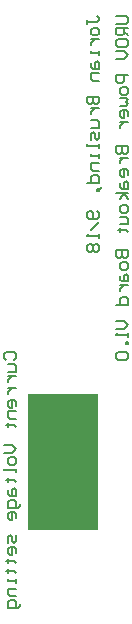
<source format=gbo>
G04 Layer_Color=13813960*
%FSLAX24Y24*%
%MOIN*%
G70*
G01*
G75*
%ADD22C,0.0059*%
%ADD28R,0.2362X0.4528*%
D22*
X43570Y46785D02*
X43504Y46850D01*
Y46982D01*
X43570Y47047D01*
X43832D01*
X43898Y46982D01*
Y46850D01*
X43832Y46785D01*
X43635Y46654D02*
X43832D01*
X43898Y46588D01*
Y46391D01*
X43635D01*
Y46260D02*
X43898D01*
X43766D01*
X43701Y46195D01*
X43635Y46129D01*
Y46063D01*
Y45867D02*
X43898D01*
X43766D01*
X43701Y45801D01*
X43635Y45735D01*
Y45670D01*
X43898Y45276D02*
Y45407D01*
X43832Y45473D01*
X43701D01*
X43635Y45407D01*
Y45276D01*
X43701Y45211D01*
X43766D01*
Y45473D01*
X43898Y45079D02*
X43635D01*
Y44883D01*
X43701Y44817D01*
X43898D01*
X43570Y44620D02*
X43635D01*
Y44686D01*
Y44555D01*
Y44620D01*
X43832D01*
X43898Y44555D01*
X43504Y43964D02*
X43766D01*
X43898Y43833D01*
X43766Y43702D01*
X43504D01*
X43898Y43505D02*
Y43374D01*
X43832Y43308D01*
X43701D01*
X43635Y43374D01*
Y43505D01*
X43701Y43571D01*
X43832D01*
X43898Y43505D01*
Y43177D02*
Y43046D01*
Y43112D01*
X43504D01*
Y43177D01*
X43570Y42784D02*
X43635D01*
Y42849D01*
Y42718D01*
Y42784D01*
X43832D01*
X43898Y42718D01*
X43635Y42456D02*
Y42324D01*
X43701Y42259D01*
X43898D01*
Y42456D01*
X43832Y42521D01*
X43766Y42456D01*
Y42259D01*
X44029Y41996D02*
Y41931D01*
X43963Y41865D01*
X43635D01*
Y42062D01*
X43701Y42128D01*
X43832D01*
X43898Y42062D01*
Y41865D01*
Y41537D02*
Y41668D01*
X43832Y41734D01*
X43701D01*
X43635Y41668D01*
Y41537D01*
X43701Y41472D01*
X43766D01*
Y41734D01*
X43898Y40947D02*
Y40750D01*
X43832Y40684D01*
X43766Y40750D01*
Y40881D01*
X43701Y40947D01*
X43635Y40881D01*
Y40684D01*
X43898Y40356D02*
Y40488D01*
X43832Y40553D01*
X43701D01*
X43635Y40488D01*
Y40356D01*
X43701Y40291D01*
X43766D01*
Y40553D01*
X43570Y40094D02*
X43635D01*
Y40160D01*
Y40029D01*
Y40094D01*
X43832D01*
X43898Y40029D01*
X43570Y39766D02*
X43635D01*
Y39832D01*
Y39701D01*
Y39766D01*
X43832D01*
X43898Y39701D01*
Y39504D02*
Y39373D01*
Y39438D01*
X43635D01*
Y39504D01*
X43898Y39176D02*
X43635D01*
Y38979D01*
X43701Y38913D01*
X43898D01*
X44029Y38651D02*
Y38585D01*
X43963Y38520D01*
X43635D01*
Y38717D01*
X43701Y38782D01*
X43832D01*
X43898Y38717D01*
Y38520D01*
X46260Y58005D02*
Y58137D01*
Y58071D01*
X46588D01*
X46654Y58137D01*
Y58202D01*
X46588Y58268D01*
X46654Y57809D02*
Y57677D01*
X46588Y57612D01*
X46457D01*
X46391Y57677D01*
Y57809D01*
X46457Y57874D01*
X46588D01*
X46654Y57809D01*
X46391Y57481D02*
X46654D01*
X46522D01*
X46457Y57415D01*
X46391Y57349D01*
Y57284D01*
X46654Y57087D02*
Y56956D01*
Y57021D01*
X46391D01*
Y57087D01*
Y56693D02*
Y56562D01*
X46457Y56497D01*
X46654D01*
Y56693D01*
X46588Y56759D01*
X46522Y56693D01*
Y56497D01*
X46654Y56365D02*
X46391D01*
Y56169D01*
X46457Y56103D01*
X46654D01*
X46260Y55578D02*
X46654D01*
Y55382D01*
X46588Y55316D01*
X46522D01*
X46457Y55382D01*
Y55578D01*
Y55382D01*
X46391Y55316D01*
X46326D01*
X46260Y55382D01*
Y55578D01*
X46391Y55185D02*
X46654D01*
X46522D01*
X46457Y55119D01*
X46391Y55054D01*
Y54988D01*
Y54791D02*
X46588D01*
X46654Y54726D01*
Y54529D01*
X46391D01*
X46654Y54398D02*
Y54201D01*
X46588Y54135D01*
X46522Y54201D01*
Y54332D01*
X46457Y54398D01*
X46391Y54332D01*
Y54135D01*
X46654Y54004D02*
Y53873D01*
Y53938D01*
X46260D01*
Y54004D01*
X46654Y53676D02*
Y53545D01*
Y53610D01*
X46391D01*
Y53676D01*
X46654Y53348D02*
X46391D01*
Y53151D01*
X46457Y53086D01*
X46654D01*
X46260Y52692D02*
X46654D01*
Y52889D01*
X46588Y52954D01*
X46457D01*
X46391Y52889D01*
Y52692D01*
X46719Y52495D02*
X46654Y52430D01*
X46588D01*
Y52495D01*
X46654D01*
Y52430D01*
X46719Y52495D01*
X46785Y52561D01*
X46588Y51774D02*
X46654Y51708D01*
Y51577D01*
X46588Y51511D01*
X46326D01*
X46260Y51577D01*
Y51708D01*
X46326Y51774D01*
X46391D01*
X46457Y51708D01*
Y51511D01*
X46654Y51380D02*
X46391Y51118D01*
X46654Y50987D02*
Y50855D01*
Y50921D01*
X46260D01*
X46326Y50987D01*
Y50659D02*
X46260Y50593D01*
Y50462D01*
X46326Y50396D01*
X46391D01*
X46457Y50462D01*
X46522Y50396D01*
X46588D01*
X46654Y50462D01*
Y50593D01*
X46588Y50659D01*
X46522D01*
X46457Y50593D01*
X46391Y50659D01*
X46326D01*
X46457Y50593D02*
Y50462D01*
X47244Y58268D02*
X47572D01*
X47638Y58202D01*
Y58071D01*
X47572Y58005D01*
X47244D01*
X47638Y57874D02*
X47244D01*
Y57677D01*
X47310Y57612D01*
X47441D01*
X47507Y57677D01*
Y57874D01*
Y57743D02*
X47638Y57612D01*
X47244Y57284D02*
Y57415D01*
X47310Y57481D01*
X47572D01*
X47638Y57415D01*
Y57284D01*
X47572Y57218D01*
X47310D01*
X47244Y57284D01*
Y57087D02*
X47507D01*
X47638Y56956D01*
X47507Y56825D01*
X47244D01*
X47638Y56300D02*
X47244D01*
Y56103D01*
X47310Y56037D01*
X47441D01*
X47507Y56103D01*
Y56300D01*
X47638Y55841D02*
Y55709D01*
X47572Y55644D01*
X47441D01*
X47375Y55709D01*
Y55841D01*
X47441Y55906D01*
X47572D01*
X47638Y55841D01*
X47375Y55513D02*
X47572D01*
X47638Y55447D01*
X47572Y55382D01*
X47638Y55316D01*
X47572Y55250D01*
X47375D01*
X47638Y54922D02*
Y55054D01*
X47572Y55119D01*
X47441D01*
X47375Y55054D01*
Y54922D01*
X47441Y54857D01*
X47507D01*
Y55119D01*
X47375Y54726D02*
X47638D01*
X47507D01*
X47441Y54660D01*
X47375Y54594D01*
Y54529D01*
X47244Y53938D02*
X47638D01*
Y53742D01*
X47572Y53676D01*
X47507D01*
X47441Y53742D01*
Y53938D01*
Y53742D01*
X47375Y53676D01*
X47310D01*
X47244Y53742D01*
Y53938D01*
X47375Y53545D02*
X47638D01*
X47507D01*
X47441Y53479D01*
X47375Y53414D01*
Y53348D01*
X47638Y52954D02*
Y53086D01*
X47572Y53151D01*
X47441D01*
X47375Y53086D01*
Y52954D01*
X47441Y52889D01*
X47507D01*
Y53151D01*
X47375Y52692D02*
Y52561D01*
X47441Y52495D01*
X47638D01*
Y52692D01*
X47572Y52758D01*
X47507Y52692D01*
Y52495D01*
X47638Y52364D02*
X47244D01*
X47507D02*
X47375Y52167D01*
X47507Y52364D02*
X47638Y52167D01*
Y51905D02*
Y51774D01*
X47572Y51708D01*
X47441D01*
X47375Y51774D01*
Y51905D01*
X47441Y51971D01*
X47572D01*
X47638Y51905D01*
X47375Y51577D02*
X47572D01*
X47638Y51511D01*
Y51315D01*
X47375D01*
X47310Y51118D02*
X47375D01*
Y51183D01*
Y51052D01*
Y51118D01*
X47572D01*
X47638Y51052D01*
X47244Y50462D02*
X47638D01*
Y50265D01*
X47572Y50199D01*
X47507D01*
X47441Y50265D01*
Y50462D01*
Y50265D01*
X47375Y50199D01*
X47310D01*
X47244Y50265D01*
Y50462D01*
X47638Y50003D02*
Y49871D01*
X47572Y49806D01*
X47441D01*
X47375Y49871D01*
Y50003D01*
X47441Y50068D01*
X47572D01*
X47638Y50003D01*
X47375Y49609D02*
Y49478D01*
X47441Y49412D01*
X47638D01*
Y49609D01*
X47572Y49675D01*
X47507Y49609D01*
Y49412D01*
X47375Y49281D02*
X47638D01*
X47507D01*
X47441Y49216D01*
X47375Y49150D01*
Y49084D01*
X47244Y48625D02*
X47638D01*
Y48822D01*
X47572Y48888D01*
X47441D01*
X47375Y48822D01*
Y48625D01*
X47244Y48100D02*
X47507D01*
X47638Y47969D01*
X47507Y47838D01*
X47244D01*
X47638Y47707D02*
Y47576D01*
Y47641D01*
X47244D01*
X47310Y47707D01*
X47638Y47379D02*
X47572D01*
Y47313D01*
X47638D01*
Y47379D01*
X47310Y47051D02*
X47244Y46985D01*
Y46854D01*
X47310Y46788D01*
X47572D01*
X47638Y46854D01*
Y46985D01*
X47572Y47051D01*
X47310D01*
D28*
X45472Y43406D02*
D03*
M02*

</source>
